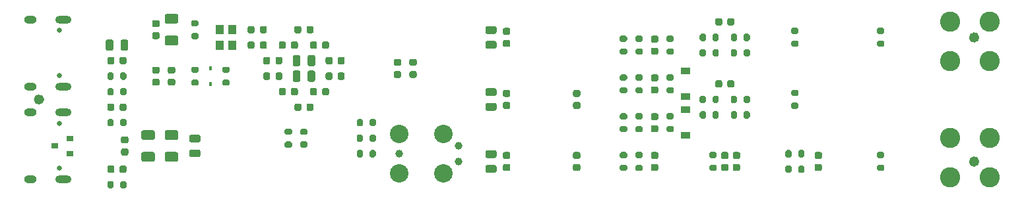
<source format=gbr>
G04 #@! TF.GenerationSoftware,KiCad,Pcbnew,(5.1.10)-1*
G04 #@! TF.CreationDate,2021-11-24T09:21:36-08:00*
G04 #@! TF.ProjectId,UsbSourceMeasureTest,55736253-6f75-4726-9365-4d6561737572,rev?*
G04 #@! TF.SameCoordinates,Original*
G04 #@! TF.FileFunction,Soldermask,Bot*
G04 #@! TF.FilePolarity,Negative*
%FSLAX46Y46*%
G04 Gerber Fmt 4.6, Leading zero omitted, Abs format (unit mm)*
G04 Created by KiCad (PCBNEW (5.1.10)-1) date 2021-11-24 09:21:36*
%MOMM*%
%LPD*%
G01*
G04 APERTURE LIST*
%ADD10C,0.650000*%
%ADD11R,1.100000X1.300000*%
%ADD12R,0.900000X0.800000*%
%ADD13R,1.200000X0.900000*%
%ADD14O,2.100000X1.000000*%
%ADD15O,1.600000X1.000000*%
%ADD16C,0.650000*%
%ADD17C,2.600000*%
%ADD18R,0.450000X0.600000*%
%ADD19C,0.990600*%
%ADD20C,2.374900*%
%ADD21C,1.152000*%
G04 APERTURE END LIST*
D10*
X102325000Y-36000000D02*
G75*
G03*
X102325000Y-36000000I-325000J0D01*
G01*
X222325000Y-28000000D02*
G75*
G03*
X222325000Y-28000000I-325000J0D01*
G01*
X222325000Y-44000000D02*
G75*
G03*
X222325000Y-44000000I-325000J0D01*
G01*
G36*
G01*
X130350000Y-29256250D02*
X130350000Y-28743750D01*
G75*
G02*
X130568750Y-28525000I218750J0D01*
G01*
X131006250Y-28525000D01*
G75*
G02*
X131225000Y-28743750I0J-218750D01*
G01*
X131225000Y-29256250D01*
G75*
G02*
X131006250Y-29475000I-218750J0D01*
G01*
X130568750Y-29475000D01*
G75*
G02*
X130350000Y-29256250I0J218750D01*
G01*
G37*
G36*
G01*
X128775000Y-29256250D02*
X128775000Y-28743750D01*
G75*
G02*
X128993750Y-28525000I218750J0D01*
G01*
X129431250Y-28525000D01*
G75*
G02*
X129650000Y-28743750I0J-218750D01*
G01*
X129650000Y-29256250D01*
G75*
G02*
X129431250Y-29475000I-218750J0D01*
G01*
X128993750Y-29475000D01*
G75*
G02*
X128775000Y-29256250I0J218750D01*
G01*
G37*
G36*
G01*
X128775000Y-27256250D02*
X128775000Y-26743750D01*
G75*
G02*
X128993750Y-26525000I218750J0D01*
G01*
X129431250Y-26525000D01*
G75*
G02*
X129650000Y-26743750I0J-218750D01*
G01*
X129650000Y-27256250D01*
G75*
G02*
X129431250Y-27475000I-218750J0D01*
G01*
X128993750Y-27475000D01*
G75*
G02*
X128775000Y-27256250I0J218750D01*
G01*
G37*
G36*
G01*
X130350000Y-27256250D02*
X130350000Y-26743750D01*
G75*
G02*
X130568750Y-26525000I218750J0D01*
G01*
X131006250Y-26525000D01*
G75*
G02*
X131225000Y-26743750I0J-218750D01*
G01*
X131225000Y-27256250D01*
G75*
G02*
X131006250Y-27475000I-218750J0D01*
G01*
X130568750Y-27475000D01*
G75*
G02*
X130350000Y-27256250I0J218750D01*
G01*
G37*
D11*
X125175000Y-29050000D03*
X125175000Y-26950000D03*
X126825000Y-26950000D03*
X126825000Y-29050000D03*
D12*
X106000000Y-41050000D03*
X106000000Y-42950000D03*
X104000000Y-42000000D03*
G36*
G01*
X130775000Y-31256250D02*
X130775000Y-30743750D01*
G75*
G02*
X130993750Y-30525000I218750J0D01*
G01*
X131431250Y-30525000D01*
G75*
G02*
X131650000Y-30743750I0J-218750D01*
G01*
X131650000Y-31256250D01*
G75*
G02*
X131431250Y-31475000I-218750J0D01*
G01*
X130993750Y-31475000D01*
G75*
G02*
X130775000Y-31256250I0J218750D01*
G01*
G37*
G36*
G01*
X132350000Y-31256250D02*
X132350000Y-30743750D01*
G75*
G02*
X132568750Y-30525000I218750J0D01*
G01*
X133006250Y-30525000D01*
G75*
G02*
X133225000Y-30743750I0J-218750D01*
G01*
X133225000Y-31256250D01*
G75*
G02*
X133006250Y-31475000I-218750J0D01*
G01*
X132568750Y-31475000D01*
G75*
G02*
X132350000Y-31256250I0J218750D01*
G01*
G37*
G36*
G01*
X136350000Y-27256250D02*
X136350000Y-26743750D01*
G75*
G02*
X136568750Y-26525000I218750J0D01*
G01*
X137006250Y-26525000D01*
G75*
G02*
X137225000Y-26743750I0J-218750D01*
G01*
X137225000Y-27256250D01*
G75*
G02*
X137006250Y-27475000I-218750J0D01*
G01*
X136568750Y-27475000D01*
G75*
G02*
X136350000Y-27256250I0J218750D01*
G01*
G37*
G36*
G01*
X134775000Y-27256250D02*
X134775000Y-26743750D01*
G75*
G02*
X134993750Y-26525000I218750J0D01*
G01*
X135431250Y-26525000D01*
G75*
G02*
X135650000Y-26743750I0J-218750D01*
G01*
X135650000Y-27256250D01*
G75*
G02*
X135431250Y-27475000I-218750J0D01*
G01*
X134993750Y-27475000D01*
G75*
G02*
X134775000Y-27256250I0J218750D01*
G01*
G37*
G36*
G01*
X130775000Y-33256250D02*
X130775000Y-32743750D01*
G75*
G02*
X130993750Y-32525000I218750J0D01*
G01*
X131431250Y-32525000D01*
G75*
G02*
X131650000Y-32743750I0J-218750D01*
G01*
X131650000Y-33256250D01*
G75*
G02*
X131431250Y-33475000I-218750J0D01*
G01*
X130993750Y-33475000D01*
G75*
G02*
X130775000Y-33256250I0J218750D01*
G01*
G37*
G36*
G01*
X132350000Y-33256250D02*
X132350000Y-32743750D01*
G75*
G02*
X132568750Y-32525000I218750J0D01*
G01*
X133006250Y-32525000D01*
G75*
G02*
X133225000Y-32743750I0J-218750D01*
G01*
X133225000Y-33256250D01*
G75*
G02*
X133006250Y-33475000I-218750J0D01*
G01*
X132568750Y-33475000D01*
G75*
G02*
X132350000Y-33256250I0J218750D01*
G01*
G37*
G36*
G01*
X171250000Y-43675000D02*
X170750000Y-43675000D01*
G75*
G02*
X170525000Y-43450000I0J225000D01*
G01*
X170525000Y-43000000D01*
G75*
G02*
X170750000Y-42775000I225000J0D01*
G01*
X171250000Y-42775000D01*
G75*
G02*
X171475000Y-43000000I0J-225000D01*
G01*
X171475000Y-43450000D01*
G75*
G02*
X171250000Y-43675000I-225000J0D01*
G01*
G37*
G36*
G01*
X171250000Y-45225000D02*
X170750000Y-45225000D01*
G75*
G02*
X170525000Y-45000000I0J225000D01*
G01*
X170525000Y-44550000D01*
G75*
G02*
X170750000Y-44325000I225000J0D01*
G01*
X171250000Y-44325000D01*
G75*
G02*
X171475000Y-44550000I0J-225000D01*
G01*
X171475000Y-45000000D01*
G75*
G02*
X171250000Y-45225000I-225000J0D01*
G01*
G37*
G36*
G01*
X171250000Y-37225000D02*
X170750000Y-37225000D01*
G75*
G02*
X170525000Y-37000000I0J225000D01*
G01*
X170525000Y-36550000D01*
G75*
G02*
X170750000Y-36325000I225000J0D01*
G01*
X171250000Y-36325000D01*
G75*
G02*
X171475000Y-36550000I0J-225000D01*
G01*
X171475000Y-37000000D01*
G75*
G02*
X171250000Y-37225000I-225000J0D01*
G01*
G37*
G36*
G01*
X171250000Y-35675000D02*
X170750000Y-35675000D01*
G75*
G02*
X170525000Y-35450000I0J225000D01*
G01*
X170525000Y-35000000D01*
G75*
G02*
X170750000Y-34775000I225000J0D01*
G01*
X171250000Y-34775000D01*
G75*
G02*
X171475000Y-35000000I0J-225000D01*
G01*
X171475000Y-35450000D01*
G75*
G02*
X171250000Y-35675000I-225000J0D01*
G01*
G37*
G36*
G01*
X201750000Y-42775000D02*
X202250000Y-42775000D01*
G75*
G02*
X202475000Y-43000000I0J-225000D01*
G01*
X202475000Y-43450000D01*
G75*
G02*
X202250000Y-43675000I-225000J0D01*
G01*
X201750000Y-43675000D01*
G75*
G02*
X201525000Y-43450000I0J225000D01*
G01*
X201525000Y-43000000D01*
G75*
G02*
X201750000Y-42775000I225000J0D01*
G01*
G37*
G36*
G01*
X201750000Y-44325000D02*
X202250000Y-44325000D01*
G75*
G02*
X202475000Y-44550000I0J-225000D01*
G01*
X202475000Y-45000000D01*
G75*
G02*
X202250000Y-45225000I-225000J0D01*
G01*
X201750000Y-45225000D01*
G75*
G02*
X201525000Y-45000000I0J225000D01*
G01*
X201525000Y-44550000D01*
G75*
G02*
X201750000Y-44325000I225000J0D01*
G01*
G37*
G36*
G01*
X198575000Y-42725000D02*
X198575000Y-43275000D01*
G75*
G02*
X198375000Y-43475000I-200000J0D01*
G01*
X197975000Y-43475000D01*
G75*
G02*
X197775000Y-43275000I0J200000D01*
G01*
X197775000Y-42725000D01*
G75*
G02*
X197975000Y-42525000I200000J0D01*
G01*
X198375000Y-42525000D01*
G75*
G02*
X198575000Y-42725000I0J-200000D01*
G01*
G37*
G36*
G01*
X200225000Y-42725000D02*
X200225000Y-43275000D01*
G75*
G02*
X200025000Y-43475000I-200000J0D01*
G01*
X199625000Y-43475000D01*
G75*
G02*
X199425000Y-43275000I0J200000D01*
G01*
X199425000Y-42725000D01*
G75*
G02*
X199625000Y-42525000I200000J0D01*
G01*
X200025000Y-42525000D01*
G75*
G02*
X200225000Y-42725000I0J-200000D01*
G01*
G37*
G36*
G01*
X197775000Y-45275000D02*
X197775000Y-44725000D01*
G75*
G02*
X197975000Y-44525000I200000J0D01*
G01*
X198375000Y-44525000D01*
G75*
G02*
X198575000Y-44725000I0J-200000D01*
G01*
X198575000Y-45275000D01*
G75*
G02*
X198375000Y-45475000I-200000J0D01*
G01*
X197975000Y-45475000D01*
G75*
G02*
X197775000Y-45275000I0J200000D01*
G01*
G37*
G36*
G01*
X199425000Y-45275000D02*
X199425000Y-44725000D01*
G75*
G02*
X199625000Y-44525000I200000J0D01*
G01*
X200025000Y-44525000D01*
G75*
G02*
X200225000Y-44725000I0J-200000D01*
G01*
X200225000Y-45275000D01*
G75*
G02*
X200025000Y-45475000I-200000J0D01*
G01*
X199625000Y-45475000D01*
G75*
G02*
X199425000Y-45275000I0J200000D01*
G01*
G37*
G36*
G01*
X199275000Y-27575000D02*
X198725000Y-27575000D01*
G75*
G02*
X198525000Y-27375000I0J200000D01*
G01*
X198525000Y-26975000D01*
G75*
G02*
X198725000Y-26775000I200000J0D01*
G01*
X199275000Y-26775000D01*
G75*
G02*
X199475000Y-26975000I0J-200000D01*
G01*
X199475000Y-27375000D01*
G75*
G02*
X199275000Y-27575000I-200000J0D01*
G01*
G37*
G36*
G01*
X199275000Y-29225000D02*
X198725000Y-29225000D01*
G75*
G02*
X198525000Y-29025000I0J200000D01*
G01*
X198525000Y-28625000D01*
G75*
G02*
X198725000Y-28425000I200000J0D01*
G01*
X199275000Y-28425000D01*
G75*
G02*
X199475000Y-28625000I0J-200000D01*
G01*
X199475000Y-29025000D01*
G75*
G02*
X199275000Y-29225000I-200000J0D01*
G01*
G37*
G36*
G01*
X210275000Y-29225000D02*
X209725000Y-29225000D01*
G75*
G02*
X209525000Y-29025000I0J200000D01*
G01*
X209525000Y-28625000D01*
G75*
G02*
X209725000Y-28425000I200000J0D01*
G01*
X210275000Y-28425000D01*
G75*
G02*
X210475000Y-28625000I0J-200000D01*
G01*
X210475000Y-29025000D01*
G75*
G02*
X210275000Y-29225000I-200000J0D01*
G01*
G37*
G36*
G01*
X210275000Y-27575000D02*
X209725000Y-27575000D01*
G75*
G02*
X209525000Y-27375000I0J200000D01*
G01*
X209525000Y-26975000D01*
G75*
G02*
X209725000Y-26775000I200000J0D01*
G01*
X210275000Y-26775000D01*
G75*
G02*
X210475000Y-26975000I0J-200000D01*
G01*
X210475000Y-27375000D01*
G75*
G02*
X210275000Y-27575000I-200000J0D01*
G01*
G37*
G36*
G01*
X199275000Y-37225000D02*
X198725000Y-37225000D01*
G75*
G02*
X198525000Y-37025000I0J200000D01*
G01*
X198525000Y-36625000D01*
G75*
G02*
X198725000Y-36425000I200000J0D01*
G01*
X199275000Y-36425000D01*
G75*
G02*
X199475000Y-36625000I0J-200000D01*
G01*
X199475000Y-37025000D01*
G75*
G02*
X199275000Y-37225000I-200000J0D01*
G01*
G37*
G36*
G01*
X199275000Y-35575000D02*
X198725000Y-35575000D01*
G75*
G02*
X198525000Y-35375000I0J200000D01*
G01*
X198525000Y-34975000D01*
G75*
G02*
X198725000Y-34775000I200000J0D01*
G01*
X199275000Y-34775000D01*
G75*
G02*
X199475000Y-34975000I0J-200000D01*
G01*
X199475000Y-35375000D01*
G75*
G02*
X199275000Y-35575000I-200000J0D01*
G01*
G37*
G36*
G01*
X209725000Y-42775000D02*
X210275000Y-42775000D01*
G75*
G02*
X210475000Y-42975000I0J-200000D01*
G01*
X210475000Y-43375000D01*
G75*
G02*
X210275000Y-43575000I-200000J0D01*
G01*
X209725000Y-43575000D01*
G75*
G02*
X209525000Y-43375000I0J200000D01*
G01*
X209525000Y-42975000D01*
G75*
G02*
X209725000Y-42775000I200000J0D01*
G01*
G37*
G36*
G01*
X209725000Y-44425000D02*
X210275000Y-44425000D01*
G75*
G02*
X210475000Y-44625000I0J-200000D01*
G01*
X210475000Y-45025000D01*
G75*
G02*
X210275000Y-45225000I-200000J0D01*
G01*
X209725000Y-45225000D01*
G75*
G02*
X209525000Y-45025000I0J200000D01*
G01*
X209525000Y-44625000D01*
G75*
G02*
X209725000Y-44425000I200000J0D01*
G01*
G37*
G36*
G01*
X180750000Y-37775000D02*
X181250000Y-37775000D01*
G75*
G02*
X181475000Y-38000000I0J-225000D01*
G01*
X181475000Y-38450000D01*
G75*
G02*
X181250000Y-38675000I-225000J0D01*
G01*
X180750000Y-38675000D01*
G75*
G02*
X180525000Y-38450000I0J225000D01*
G01*
X180525000Y-38000000D01*
G75*
G02*
X180750000Y-37775000I225000J0D01*
G01*
G37*
G36*
G01*
X180750000Y-39325000D02*
X181250000Y-39325000D01*
G75*
G02*
X181475000Y-39550000I0J-225000D01*
G01*
X181475000Y-40000000D01*
G75*
G02*
X181250000Y-40225000I-225000J0D01*
G01*
X180750000Y-40225000D01*
G75*
G02*
X180525000Y-40000000I0J225000D01*
G01*
X180525000Y-39550000D01*
G75*
G02*
X180750000Y-39325000I225000J0D01*
G01*
G37*
D13*
X185000000Y-37350000D03*
X185000000Y-40650000D03*
G36*
G01*
X178725000Y-39425000D02*
X179275000Y-39425000D01*
G75*
G02*
X179475000Y-39625000I0J-200000D01*
G01*
X179475000Y-40025000D01*
G75*
G02*
X179275000Y-40225000I-200000J0D01*
G01*
X178725000Y-40225000D01*
G75*
G02*
X178525000Y-40025000I0J200000D01*
G01*
X178525000Y-39625000D01*
G75*
G02*
X178725000Y-39425000I200000J0D01*
G01*
G37*
G36*
G01*
X178725000Y-37775000D02*
X179275000Y-37775000D01*
G75*
G02*
X179475000Y-37975000I0J-200000D01*
G01*
X179475000Y-38375000D01*
G75*
G02*
X179275000Y-38575000I-200000J0D01*
G01*
X178725000Y-38575000D01*
G75*
G02*
X178525000Y-38375000I0J200000D01*
G01*
X178525000Y-37975000D01*
G75*
G02*
X178725000Y-37775000I200000J0D01*
G01*
G37*
G36*
G01*
X182725000Y-37775000D02*
X183275000Y-37775000D01*
G75*
G02*
X183475000Y-37975000I0J-200000D01*
G01*
X183475000Y-38375000D01*
G75*
G02*
X183275000Y-38575000I-200000J0D01*
G01*
X182725000Y-38575000D01*
G75*
G02*
X182525000Y-38375000I0J200000D01*
G01*
X182525000Y-37975000D01*
G75*
G02*
X182725000Y-37775000I200000J0D01*
G01*
G37*
G36*
G01*
X182725000Y-39425000D02*
X183275000Y-39425000D01*
G75*
G02*
X183475000Y-39625000I0J-200000D01*
G01*
X183475000Y-40025000D01*
G75*
G02*
X183275000Y-40225000I-200000J0D01*
G01*
X182725000Y-40225000D01*
G75*
G02*
X182525000Y-40025000I0J200000D01*
G01*
X182525000Y-39625000D01*
G75*
G02*
X182725000Y-39425000I200000J0D01*
G01*
G37*
G36*
G01*
X176725000Y-37775000D02*
X177275000Y-37775000D01*
G75*
G02*
X177475000Y-37975000I0J-200000D01*
G01*
X177475000Y-38375000D01*
G75*
G02*
X177275000Y-38575000I-200000J0D01*
G01*
X176725000Y-38575000D01*
G75*
G02*
X176525000Y-38375000I0J200000D01*
G01*
X176525000Y-37975000D01*
G75*
G02*
X176725000Y-37775000I200000J0D01*
G01*
G37*
G36*
G01*
X176725000Y-39425000D02*
X177275000Y-39425000D01*
G75*
G02*
X177475000Y-39625000I0J-200000D01*
G01*
X177475000Y-40025000D01*
G75*
G02*
X177275000Y-40225000I-200000J0D01*
G01*
X176725000Y-40225000D01*
G75*
G02*
X176525000Y-40025000I0J200000D01*
G01*
X176525000Y-39625000D01*
G75*
G02*
X176725000Y-39425000I200000J0D01*
G01*
G37*
G36*
G01*
X180750000Y-34325000D02*
X181250000Y-34325000D01*
G75*
G02*
X181475000Y-34550000I0J-225000D01*
G01*
X181475000Y-35000000D01*
G75*
G02*
X181250000Y-35225000I-225000J0D01*
G01*
X180750000Y-35225000D01*
G75*
G02*
X180525000Y-35000000I0J225000D01*
G01*
X180525000Y-34550000D01*
G75*
G02*
X180750000Y-34325000I225000J0D01*
G01*
G37*
G36*
G01*
X180750000Y-32775000D02*
X181250000Y-32775000D01*
G75*
G02*
X181475000Y-33000000I0J-225000D01*
G01*
X181475000Y-33450000D01*
G75*
G02*
X181250000Y-33675000I-225000J0D01*
G01*
X180750000Y-33675000D01*
G75*
G02*
X180525000Y-33450000I0J225000D01*
G01*
X180525000Y-33000000D01*
G75*
G02*
X180750000Y-32775000I225000J0D01*
G01*
G37*
X185000000Y-32350000D03*
X185000000Y-35650000D03*
G36*
G01*
X178725000Y-32775000D02*
X179275000Y-32775000D01*
G75*
G02*
X179475000Y-32975000I0J-200000D01*
G01*
X179475000Y-33375000D01*
G75*
G02*
X179275000Y-33575000I-200000J0D01*
G01*
X178725000Y-33575000D01*
G75*
G02*
X178525000Y-33375000I0J200000D01*
G01*
X178525000Y-32975000D01*
G75*
G02*
X178725000Y-32775000I200000J0D01*
G01*
G37*
G36*
G01*
X178725000Y-34425000D02*
X179275000Y-34425000D01*
G75*
G02*
X179475000Y-34625000I0J-200000D01*
G01*
X179475000Y-35025000D01*
G75*
G02*
X179275000Y-35225000I-200000J0D01*
G01*
X178725000Y-35225000D01*
G75*
G02*
X178525000Y-35025000I0J200000D01*
G01*
X178525000Y-34625000D01*
G75*
G02*
X178725000Y-34425000I200000J0D01*
G01*
G37*
G36*
G01*
X182725000Y-34425000D02*
X183275000Y-34425000D01*
G75*
G02*
X183475000Y-34625000I0J-200000D01*
G01*
X183475000Y-35025000D01*
G75*
G02*
X183275000Y-35225000I-200000J0D01*
G01*
X182725000Y-35225000D01*
G75*
G02*
X182525000Y-35025000I0J200000D01*
G01*
X182525000Y-34625000D01*
G75*
G02*
X182725000Y-34425000I200000J0D01*
G01*
G37*
G36*
G01*
X182725000Y-32775000D02*
X183275000Y-32775000D01*
G75*
G02*
X183475000Y-32975000I0J-200000D01*
G01*
X183475000Y-33375000D01*
G75*
G02*
X183275000Y-33575000I-200000J0D01*
G01*
X182725000Y-33575000D01*
G75*
G02*
X182525000Y-33375000I0J200000D01*
G01*
X182525000Y-32975000D01*
G75*
G02*
X182725000Y-32775000I200000J0D01*
G01*
G37*
G36*
G01*
X176725000Y-34425000D02*
X177275000Y-34425000D01*
G75*
G02*
X177475000Y-34625000I0J-200000D01*
G01*
X177475000Y-35025000D01*
G75*
G02*
X177275000Y-35225000I-200000J0D01*
G01*
X176725000Y-35225000D01*
G75*
G02*
X176525000Y-35025000I0J200000D01*
G01*
X176525000Y-34625000D01*
G75*
G02*
X176725000Y-34425000I200000J0D01*
G01*
G37*
G36*
G01*
X176725000Y-32775000D02*
X177275000Y-32775000D01*
G75*
G02*
X177475000Y-32975000I0J-200000D01*
G01*
X177475000Y-33375000D01*
G75*
G02*
X177275000Y-33575000I-200000J0D01*
G01*
X176725000Y-33575000D01*
G75*
G02*
X176525000Y-33375000I0J200000D01*
G01*
X176525000Y-32975000D01*
G75*
G02*
X176725000Y-32775000I200000J0D01*
G01*
G37*
G36*
G01*
X180750000Y-27775000D02*
X181250000Y-27775000D01*
G75*
G02*
X181475000Y-28000000I0J-225000D01*
G01*
X181475000Y-28450000D01*
G75*
G02*
X181250000Y-28675000I-225000J0D01*
G01*
X180750000Y-28675000D01*
G75*
G02*
X180525000Y-28450000I0J225000D01*
G01*
X180525000Y-28000000D01*
G75*
G02*
X180750000Y-27775000I225000J0D01*
G01*
G37*
G36*
G01*
X180750000Y-29325000D02*
X181250000Y-29325000D01*
G75*
G02*
X181475000Y-29550000I0J-225000D01*
G01*
X181475000Y-30000000D01*
G75*
G02*
X181250000Y-30225000I-225000J0D01*
G01*
X180750000Y-30225000D01*
G75*
G02*
X180525000Y-30000000I0J225000D01*
G01*
X180525000Y-29550000D01*
G75*
G02*
X180750000Y-29325000I225000J0D01*
G01*
G37*
G36*
G01*
X178725000Y-27775000D02*
X179275000Y-27775000D01*
G75*
G02*
X179475000Y-27975000I0J-200000D01*
G01*
X179475000Y-28375000D01*
G75*
G02*
X179275000Y-28575000I-200000J0D01*
G01*
X178725000Y-28575000D01*
G75*
G02*
X178525000Y-28375000I0J200000D01*
G01*
X178525000Y-27975000D01*
G75*
G02*
X178725000Y-27775000I200000J0D01*
G01*
G37*
G36*
G01*
X178725000Y-29425000D02*
X179275000Y-29425000D01*
G75*
G02*
X179475000Y-29625000I0J-200000D01*
G01*
X179475000Y-30025000D01*
G75*
G02*
X179275000Y-30225000I-200000J0D01*
G01*
X178725000Y-30225000D01*
G75*
G02*
X178525000Y-30025000I0J200000D01*
G01*
X178525000Y-29625000D01*
G75*
G02*
X178725000Y-29425000I200000J0D01*
G01*
G37*
G36*
G01*
X182725000Y-29425000D02*
X183275000Y-29425000D01*
G75*
G02*
X183475000Y-29625000I0J-200000D01*
G01*
X183475000Y-30025000D01*
G75*
G02*
X183275000Y-30225000I-200000J0D01*
G01*
X182725000Y-30225000D01*
G75*
G02*
X182525000Y-30025000I0J200000D01*
G01*
X182525000Y-29625000D01*
G75*
G02*
X182725000Y-29425000I200000J0D01*
G01*
G37*
G36*
G01*
X182725000Y-27775000D02*
X183275000Y-27775000D01*
G75*
G02*
X183475000Y-27975000I0J-200000D01*
G01*
X183475000Y-28375000D01*
G75*
G02*
X183275000Y-28575000I-200000J0D01*
G01*
X182725000Y-28575000D01*
G75*
G02*
X182525000Y-28375000I0J200000D01*
G01*
X182525000Y-27975000D01*
G75*
G02*
X182725000Y-27775000I200000J0D01*
G01*
G37*
G36*
G01*
X176725000Y-29425000D02*
X177275000Y-29425000D01*
G75*
G02*
X177475000Y-29625000I0J-200000D01*
G01*
X177475000Y-30025000D01*
G75*
G02*
X177275000Y-30225000I-200000J0D01*
G01*
X176725000Y-30225000D01*
G75*
G02*
X176525000Y-30025000I0J200000D01*
G01*
X176525000Y-29625000D01*
G75*
G02*
X176725000Y-29425000I200000J0D01*
G01*
G37*
G36*
G01*
X176725000Y-27775000D02*
X177275000Y-27775000D01*
G75*
G02*
X177475000Y-27975000I0J-200000D01*
G01*
X177475000Y-28375000D01*
G75*
G02*
X177275000Y-28575000I-200000J0D01*
G01*
X176725000Y-28575000D01*
G75*
G02*
X176525000Y-28375000I0J200000D01*
G01*
X176525000Y-27975000D01*
G75*
G02*
X176725000Y-27775000I200000J0D01*
G01*
G37*
G36*
G01*
X190325000Y-34250000D02*
X190325000Y-33750000D01*
G75*
G02*
X190550000Y-33525000I225000J0D01*
G01*
X191000000Y-33525000D01*
G75*
G02*
X191225000Y-33750000I0J-225000D01*
G01*
X191225000Y-34250000D01*
G75*
G02*
X191000000Y-34475000I-225000J0D01*
G01*
X190550000Y-34475000D01*
G75*
G02*
X190325000Y-34250000I0J225000D01*
G01*
G37*
G36*
G01*
X188775000Y-34250000D02*
X188775000Y-33750000D01*
G75*
G02*
X189000000Y-33525000I225000J0D01*
G01*
X189450000Y-33525000D01*
G75*
G02*
X189675000Y-33750000I0J-225000D01*
G01*
X189675000Y-34250000D01*
G75*
G02*
X189450000Y-34475000I-225000J0D01*
G01*
X189000000Y-34475000D01*
G75*
G02*
X188775000Y-34250000I0J225000D01*
G01*
G37*
G36*
G01*
X191575000Y-35725000D02*
X191575000Y-36275000D01*
G75*
G02*
X191375000Y-36475000I-200000J0D01*
G01*
X190975000Y-36475000D01*
G75*
G02*
X190775000Y-36275000I0J200000D01*
G01*
X190775000Y-35725000D01*
G75*
G02*
X190975000Y-35525000I200000J0D01*
G01*
X191375000Y-35525000D01*
G75*
G02*
X191575000Y-35725000I0J-200000D01*
G01*
G37*
G36*
G01*
X193225000Y-35725000D02*
X193225000Y-36275000D01*
G75*
G02*
X193025000Y-36475000I-200000J0D01*
G01*
X192625000Y-36475000D01*
G75*
G02*
X192425000Y-36275000I0J200000D01*
G01*
X192425000Y-35725000D01*
G75*
G02*
X192625000Y-35525000I200000J0D01*
G01*
X193025000Y-35525000D01*
G75*
G02*
X193225000Y-35725000I0J-200000D01*
G01*
G37*
G36*
G01*
X193225000Y-37725000D02*
X193225000Y-38275000D01*
G75*
G02*
X193025000Y-38475000I-200000J0D01*
G01*
X192625000Y-38475000D01*
G75*
G02*
X192425000Y-38275000I0J200000D01*
G01*
X192425000Y-37725000D01*
G75*
G02*
X192625000Y-37525000I200000J0D01*
G01*
X193025000Y-37525000D01*
G75*
G02*
X193225000Y-37725000I0J-200000D01*
G01*
G37*
G36*
G01*
X191575000Y-37725000D02*
X191575000Y-38275000D01*
G75*
G02*
X191375000Y-38475000I-200000J0D01*
G01*
X190975000Y-38475000D01*
G75*
G02*
X190775000Y-38275000I0J200000D01*
G01*
X190775000Y-37725000D01*
G75*
G02*
X190975000Y-37525000I200000J0D01*
G01*
X191375000Y-37525000D01*
G75*
G02*
X191575000Y-37725000I0J-200000D01*
G01*
G37*
G36*
G01*
X188425000Y-36275000D02*
X188425000Y-35725000D01*
G75*
G02*
X188625000Y-35525000I200000J0D01*
G01*
X189025000Y-35525000D01*
G75*
G02*
X189225000Y-35725000I0J-200000D01*
G01*
X189225000Y-36275000D01*
G75*
G02*
X189025000Y-36475000I-200000J0D01*
G01*
X188625000Y-36475000D01*
G75*
G02*
X188425000Y-36275000I0J200000D01*
G01*
G37*
G36*
G01*
X186775000Y-36275000D02*
X186775000Y-35725000D01*
G75*
G02*
X186975000Y-35525000I200000J0D01*
G01*
X187375000Y-35525000D01*
G75*
G02*
X187575000Y-35725000I0J-200000D01*
G01*
X187575000Y-36275000D01*
G75*
G02*
X187375000Y-36475000I-200000J0D01*
G01*
X186975000Y-36475000D01*
G75*
G02*
X186775000Y-36275000I0J200000D01*
G01*
G37*
G36*
G01*
X186775000Y-38275000D02*
X186775000Y-37725000D01*
G75*
G02*
X186975000Y-37525000I200000J0D01*
G01*
X187375000Y-37525000D01*
G75*
G02*
X187575000Y-37725000I0J-200000D01*
G01*
X187575000Y-38275000D01*
G75*
G02*
X187375000Y-38475000I-200000J0D01*
G01*
X186975000Y-38475000D01*
G75*
G02*
X186775000Y-38275000I0J200000D01*
G01*
G37*
G36*
G01*
X188425000Y-38275000D02*
X188425000Y-37725000D01*
G75*
G02*
X188625000Y-37525000I200000J0D01*
G01*
X189025000Y-37525000D01*
G75*
G02*
X189225000Y-37725000I0J-200000D01*
G01*
X189225000Y-38275000D01*
G75*
G02*
X189025000Y-38475000I-200000J0D01*
G01*
X188625000Y-38475000D01*
G75*
G02*
X188425000Y-38275000I0J200000D01*
G01*
G37*
G36*
G01*
X190250000Y-45225000D02*
X189750000Y-45225000D01*
G75*
G02*
X189525000Y-45000000I0J225000D01*
G01*
X189525000Y-44550000D01*
G75*
G02*
X189750000Y-44325000I225000J0D01*
G01*
X190250000Y-44325000D01*
G75*
G02*
X190475000Y-44550000I0J-225000D01*
G01*
X190475000Y-45000000D01*
G75*
G02*
X190250000Y-45225000I-225000J0D01*
G01*
G37*
G36*
G01*
X190250000Y-43675000D02*
X189750000Y-43675000D01*
G75*
G02*
X189525000Y-43450000I0J225000D01*
G01*
X189525000Y-43000000D01*
G75*
G02*
X189750000Y-42775000I225000J0D01*
G01*
X190250000Y-42775000D01*
G75*
G02*
X190475000Y-43000000I0J-225000D01*
G01*
X190475000Y-43450000D01*
G75*
G02*
X190250000Y-43675000I-225000J0D01*
G01*
G37*
G36*
G01*
X188775000Y-45225000D02*
X188225000Y-45225000D01*
G75*
G02*
X188025000Y-45025000I0J200000D01*
G01*
X188025000Y-44625000D01*
G75*
G02*
X188225000Y-44425000I200000J0D01*
G01*
X188775000Y-44425000D01*
G75*
G02*
X188975000Y-44625000I0J-200000D01*
G01*
X188975000Y-45025000D01*
G75*
G02*
X188775000Y-45225000I-200000J0D01*
G01*
G37*
G36*
G01*
X188775000Y-43575000D02*
X188225000Y-43575000D01*
G75*
G02*
X188025000Y-43375000I0J200000D01*
G01*
X188025000Y-42975000D01*
G75*
G02*
X188225000Y-42775000I200000J0D01*
G01*
X188775000Y-42775000D01*
G75*
G02*
X188975000Y-42975000I0J-200000D01*
G01*
X188975000Y-43375000D01*
G75*
G02*
X188775000Y-43575000I-200000J0D01*
G01*
G37*
G36*
G01*
X188775000Y-26250000D02*
X188775000Y-25750000D01*
G75*
G02*
X189000000Y-25525000I225000J0D01*
G01*
X189450000Y-25525000D01*
G75*
G02*
X189675000Y-25750000I0J-225000D01*
G01*
X189675000Y-26250000D01*
G75*
G02*
X189450000Y-26475000I-225000J0D01*
G01*
X189000000Y-26475000D01*
G75*
G02*
X188775000Y-26250000I0J225000D01*
G01*
G37*
G36*
G01*
X190325000Y-26250000D02*
X190325000Y-25750000D01*
G75*
G02*
X190550000Y-25525000I225000J0D01*
G01*
X191000000Y-25525000D01*
G75*
G02*
X191225000Y-25750000I0J-225000D01*
G01*
X191225000Y-26250000D01*
G75*
G02*
X191000000Y-26475000I-225000J0D01*
G01*
X190550000Y-26475000D01*
G75*
G02*
X190325000Y-26250000I0J225000D01*
G01*
G37*
G36*
G01*
X193225000Y-27725000D02*
X193225000Y-28275000D01*
G75*
G02*
X193025000Y-28475000I-200000J0D01*
G01*
X192625000Y-28475000D01*
G75*
G02*
X192425000Y-28275000I0J200000D01*
G01*
X192425000Y-27725000D01*
G75*
G02*
X192625000Y-27525000I200000J0D01*
G01*
X193025000Y-27525000D01*
G75*
G02*
X193225000Y-27725000I0J-200000D01*
G01*
G37*
G36*
G01*
X191575000Y-27725000D02*
X191575000Y-28275000D01*
G75*
G02*
X191375000Y-28475000I-200000J0D01*
G01*
X190975000Y-28475000D01*
G75*
G02*
X190775000Y-28275000I0J200000D01*
G01*
X190775000Y-27725000D01*
G75*
G02*
X190975000Y-27525000I200000J0D01*
G01*
X191375000Y-27525000D01*
G75*
G02*
X191575000Y-27725000I0J-200000D01*
G01*
G37*
G36*
G01*
X191575000Y-29725000D02*
X191575000Y-30275000D01*
G75*
G02*
X191375000Y-30475000I-200000J0D01*
G01*
X190975000Y-30475000D01*
G75*
G02*
X190775000Y-30275000I0J200000D01*
G01*
X190775000Y-29725000D01*
G75*
G02*
X190975000Y-29525000I200000J0D01*
G01*
X191375000Y-29525000D01*
G75*
G02*
X191575000Y-29725000I0J-200000D01*
G01*
G37*
G36*
G01*
X193225000Y-29725000D02*
X193225000Y-30275000D01*
G75*
G02*
X193025000Y-30475000I-200000J0D01*
G01*
X192625000Y-30475000D01*
G75*
G02*
X192425000Y-30275000I0J200000D01*
G01*
X192425000Y-29725000D01*
G75*
G02*
X192625000Y-29525000I200000J0D01*
G01*
X193025000Y-29525000D01*
G75*
G02*
X193225000Y-29725000I0J-200000D01*
G01*
G37*
G36*
G01*
X188425000Y-28275000D02*
X188425000Y-27725000D01*
G75*
G02*
X188625000Y-27525000I200000J0D01*
G01*
X189025000Y-27525000D01*
G75*
G02*
X189225000Y-27725000I0J-200000D01*
G01*
X189225000Y-28275000D01*
G75*
G02*
X189025000Y-28475000I-200000J0D01*
G01*
X188625000Y-28475000D01*
G75*
G02*
X188425000Y-28275000I0J200000D01*
G01*
G37*
G36*
G01*
X186775000Y-28275000D02*
X186775000Y-27725000D01*
G75*
G02*
X186975000Y-27525000I200000J0D01*
G01*
X187375000Y-27525000D01*
G75*
G02*
X187575000Y-27725000I0J-200000D01*
G01*
X187575000Y-28275000D01*
G75*
G02*
X187375000Y-28475000I-200000J0D01*
G01*
X186975000Y-28475000D01*
G75*
G02*
X186775000Y-28275000I0J200000D01*
G01*
G37*
G36*
G01*
X188425000Y-30275000D02*
X188425000Y-29725000D01*
G75*
G02*
X188625000Y-29525000I200000J0D01*
G01*
X189025000Y-29525000D01*
G75*
G02*
X189225000Y-29725000I0J-200000D01*
G01*
X189225000Y-30275000D01*
G75*
G02*
X189025000Y-30475000I-200000J0D01*
G01*
X188625000Y-30475000D01*
G75*
G02*
X188425000Y-30275000I0J200000D01*
G01*
G37*
G36*
G01*
X186775000Y-30275000D02*
X186775000Y-29725000D01*
G75*
G02*
X186975000Y-29525000I200000J0D01*
G01*
X187375000Y-29525000D01*
G75*
G02*
X187575000Y-29725000I0J-200000D01*
G01*
X187575000Y-30275000D01*
G75*
G02*
X187375000Y-30475000I-200000J0D01*
G01*
X186975000Y-30475000D01*
G75*
G02*
X186775000Y-30275000I0J200000D01*
G01*
G37*
G36*
G01*
X161750000Y-44325000D02*
X162250000Y-44325000D01*
G75*
G02*
X162475000Y-44550000I0J-225000D01*
G01*
X162475000Y-45000000D01*
G75*
G02*
X162250000Y-45225000I-225000J0D01*
G01*
X161750000Y-45225000D01*
G75*
G02*
X161525000Y-45000000I0J225000D01*
G01*
X161525000Y-44550000D01*
G75*
G02*
X161750000Y-44325000I225000J0D01*
G01*
G37*
G36*
G01*
X161750000Y-42775000D02*
X162250000Y-42775000D01*
G75*
G02*
X162475000Y-43000000I0J-225000D01*
G01*
X162475000Y-43450000D01*
G75*
G02*
X162250000Y-43675000I-225000J0D01*
G01*
X161750000Y-43675000D01*
G75*
G02*
X161525000Y-43450000I0J225000D01*
G01*
X161525000Y-43000000D01*
G75*
G02*
X161750000Y-42775000I225000J0D01*
G01*
G37*
G36*
G01*
X159525000Y-42550000D02*
X160475000Y-42550000D01*
G75*
G02*
X160725000Y-42800000I0J-250000D01*
G01*
X160725000Y-43300000D01*
G75*
G02*
X160475000Y-43550000I-250000J0D01*
G01*
X159525000Y-43550000D01*
G75*
G02*
X159275000Y-43300000I0J250000D01*
G01*
X159275000Y-42800000D01*
G75*
G02*
X159525000Y-42550000I250000J0D01*
G01*
G37*
G36*
G01*
X159525000Y-44450000D02*
X160475000Y-44450000D01*
G75*
G02*
X160725000Y-44700000I0J-250000D01*
G01*
X160725000Y-45200000D01*
G75*
G02*
X160475000Y-45450000I-250000J0D01*
G01*
X159525000Y-45450000D01*
G75*
G02*
X159275000Y-45200000I0J250000D01*
G01*
X159275000Y-44700000D01*
G75*
G02*
X159525000Y-44450000I250000J0D01*
G01*
G37*
G36*
G01*
X161750000Y-36325000D02*
X162250000Y-36325000D01*
G75*
G02*
X162475000Y-36550000I0J-225000D01*
G01*
X162475000Y-37000000D01*
G75*
G02*
X162250000Y-37225000I-225000J0D01*
G01*
X161750000Y-37225000D01*
G75*
G02*
X161525000Y-37000000I0J225000D01*
G01*
X161525000Y-36550000D01*
G75*
G02*
X161750000Y-36325000I225000J0D01*
G01*
G37*
G36*
G01*
X161750000Y-34775000D02*
X162250000Y-34775000D01*
G75*
G02*
X162475000Y-35000000I0J-225000D01*
G01*
X162475000Y-35450000D01*
G75*
G02*
X162250000Y-35675000I-225000J0D01*
G01*
X161750000Y-35675000D01*
G75*
G02*
X161525000Y-35450000I0J225000D01*
G01*
X161525000Y-35000000D01*
G75*
G02*
X161750000Y-34775000I225000J0D01*
G01*
G37*
G36*
G01*
X159525000Y-36450000D02*
X160475000Y-36450000D01*
G75*
G02*
X160725000Y-36700000I0J-250000D01*
G01*
X160725000Y-37200000D01*
G75*
G02*
X160475000Y-37450000I-250000J0D01*
G01*
X159525000Y-37450000D01*
G75*
G02*
X159275000Y-37200000I0J250000D01*
G01*
X159275000Y-36700000D01*
G75*
G02*
X159525000Y-36450000I250000J0D01*
G01*
G37*
G36*
G01*
X159525000Y-34550000D02*
X160475000Y-34550000D01*
G75*
G02*
X160725000Y-34800000I0J-250000D01*
G01*
X160725000Y-35300000D01*
G75*
G02*
X160475000Y-35550000I-250000J0D01*
G01*
X159525000Y-35550000D01*
G75*
G02*
X159275000Y-35300000I0J250000D01*
G01*
X159275000Y-34800000D01*
G75*
G02*
X159525000Y-34550000I250000J0D01*
G01*
G37*
G36*
G01*
X161750000Y-26775000D02*
X162250000Y-26775000D01*
G75*
G02*
X162475000Y-27000000I0J-225000D01*
G01*
X162475000Y-27450000D01*
G75*
G02*
X162250000Y-27675000I-225000J0D01*
G01*
X161750000Y-27675000D01*
G75*
G02*
X161525000Y-27450000I0J225000D01*
G01*
X161525000Y-27000000D01*
G75*
G02*
X161750000Y-26775000I225000J0D01*
G01*
G37*
G36*
G01*
X161750000Y-28325000D02*
X162250000Y-28325000D01*
G75*
G02*
X162475000Y-28550000I0J-225000D01*
G01*
X162475000Y-29000000D01*
G75*
G02*
X162250000Y-29225000I-225000J0D01*
G01*
X161750000Y-29225000D01*
G75*
G02*
X161525000Y-29000000I0J225000D01*
G01*
X161525000Y-28550000D01*
G75*
G02*
X161750000Y-28325000I225000J0D01*
G01*
G37*
G36*
G01*
X159525000Y-28450000D02*
X160475000Y-28450000D01*
G75*
G02*
X160725000Y-28700000I0J-250000D01*
G01*
X160725000Y-29200000D01*
G75*
G02*
X160475000Y-29450000I-250000J0D01*
G01*
X159525000Y-29450000D01*
G75*
G02*
X159275000Y-29200000I0J250000D01*
G01*
X159275000Y-28700000D01*
G75*
G02*
X159525000Y-28450000I250000J0D01*
G01*
G37*
G36*
G01*
X159525000Y-26550000D02*
X160475000Y-26550000D01*
G75*
G02*
X160725000Y-26800000I0J-250000D01*
G01*
X160725000Y-27300000D01*
G75*
G02*
X160475000Y-27550000I-250000J0D01*
G01*
X159525000Y-27550000D01*
G75*
G02*
X159275000Y-27300000I0J250000D01*
G01*
X159275000Y-26800000D01*
G75*
G02*
X159525000Y-26550000I250000J0D01*
G01*
G37*
D14*
X105105000Y-37680000D03*
X105105000Y-46320000D03*
D15*
X100925000Y-37680000D03*
X100925000Y-46320000D03*
D16*
X104605000Y-44890000D03*
X104605000Y-39110000D03*
G36*
G01*
X112425000Y-33275000D02*
X112425000Y-32725000D01*
G75*
G02*
X112625000Y-32525000I200000J0D01*
G01*
X113025000Y-32525000D01*
G75*
G02*
X113225000Y-32725000I0J-200000D01*
G01*
X113225000Y-33275000D01*
G75*
G02*
X113025000Y-33475000I-200000J0D01*
G01*
X112625000Y-33475000D01*
G75*
G02*
X112425000Y-33275000I0J200000D01*
G01*
G37*
G36*
G01*
X110775000Y-33275000D02*
X110775000Y-32725000D01*
G75*
G02*
X110975000Y-32525000I200000J0D01*
G01*
X111375000Y-32525000D01*
G75*
G02*
X111575000Y-32725000I0J-200000D01*
G01*
X111575000Y-33275000D01*
G75*
G02*
X111375000Y-33475000I-200000J0D01*
G01*
X110975000Y-33475000D01*
G75*
G02*
X110775000Y-33275000I0J200000D01*
G01*
G37*
G36*
G01*
X112425000Y-35275000D02*
X112425000Y-34725000D01*
G75*
G02*
X112625000Y-34525000I200000J0D01*
G01*
X113025000Y-34525000D01*
G75*
G02*
X113225000Y-34725000I0J-200000D01*
G01*
X113225000Y-35275000D01*
G75*
G02*
X113025000Y-35475000I-200000J0D01*
G01*
X112625000Y-35475000D01*
G75*
G02*
X112425000Y-35275000I0J200000D01*
G01*
G37*
G36*
G01*
X110775000Y-35275000D02*
X110775000Y-34725000D01*
G75*
G02*
X110975000Y-34525000I200000J0D01*
G01*
X111375000Y-34525000D01*
G75*
G02*
X111575000Y-34725000I0J-200000D01*
G01*
X111575000Y-35275000D01*
G75*
G02*
X111375000Y-35475000I-200000J0D01*
G01*
X110975000Y-35475000D01*
G75*
G02*
X110775000Y-35275000I0J200000D01*
G01*
G37*
G36*
G01*
X122275000Y-34225000D02*
X121725000Y-34225000D01*
G75*
G02*
X121525000Y-34025000I0J200000D01*
G01*
X121525000Y-33625000D01*
G75*
G02*
X121725000Y-33425000I200000J0D01*
G01*
X122275000Y-33425000D01*
G75*
G02*
X122475000Y-33625000I0J-200000D01*
G01*
X122475000Y-34025000D01*
G75*
G02*
X122275000Y-34225000I-200000J0D01*
G01*
G37*
G36*
G01*
X122275000Y-32575000D02*
X121725000Y-32575000D01*
G75*
G02*
X121525000Y-32375000I0J200000D01*
G01*
X121525000Y-31975000D01*
G75*
G02*
X121725000Y-31775000I200000J0D01*
G01*
X122275000Y-31775000D01*
G75*
G02*
X122475000Y-31975000I0J-200000D01*
G01*
X122475000Y-32375000D01*
G75*
G02*
X122275000Y-32575000I-200000J0D01*
G01*
G37*
G36*
G01*
X122275000Y-28225000D02*
X121725000Y-28225000D01*
G75*
G02*
X121525000Y-28025000I0J200000D01*
G01*
X121525000Y-27625000D01*
G75*
G02*
X121725000Y-27425000I200000J0D01*
G01*
X122275000Y-27425000D01*
G75*
G02*
X122475000Y-27625000I0J-200000D01*
G01*
X122475000Y-28025000D01*
G75*
G02*
X122275000Y-28225000I-200000J0D01*
G01*
G37*
G36*
G01*
X122275000Y-26575000D02*
X121725000Y-26575000D01*
G75*
G02*
X121525000Y-26375000I0J200000D01*
G01*
X121525000Y-25975000D01*
G75*
G02*
X121725000Y-25775000I200000J0D01*
G01*
X122275000Y-25775000D01*
G75*
G02*
X122475000Y-25975000I0J-200000D01*
G01*
X122475000Y-26375000D01*
G75*
G02*
X122275000Y-26575000I-200000J0D01*
G01*
G37*
G36*
G01*
X136775000Y-29250000D02*
X136775000Y-28750000D01*
G75*
G02*
X137000000Y-28525000I225000J0D01*
G01*
X137450000Y-28525000D01*
G75*
G02*
X137675000Y-28750000I0J-225000D01*
G01*
X137675000Y-29250000D01*
G75*
G02*
X137450000Y-29475000I-225000J0D01*
G01*
X137000000Y-29475000D01*
G75*
G02*
X136775000Y-29250000I0J225000D01*
G01*
G37*
G36*
G01*
X138325000Y-29250000D02*
X138325000Y-28750000D01*
G75*
G02*
X138550000Y-28525000I225000J0D01*
G01*
X139000000Y-28525000D01*
G75*
G02*
X139225000Y-28750000I0J-225000D01*
G01*
X139225000Y-29250000D01*
G75*
G02*
X139000000Y-29475000I-225000J0D01*
G01*
X138550000Y-29475000D01*
G75*
G02*
X138325000Y-29250000I0J225000D01*
G01*
G37*
G36*
G01*
X136325000Y-37250000D02*
X136325000Y-36750000D01*
G75*
G02*
X136550000Y-36525000I225000J0D01*
G01*
X137000000Y-36525000D01*
G75*
G02*
X137225000Y-36750000I0J-225000D01*
G01*
X137225000Y-37250000D01*
G75*
G02*
X137000000Y-37475000I-225000J0D01*
G01*
X136550000Y-37475000D01*
G75*
G02*
X136325000Y-37250000I0J225000D01*
G01*
G37*
G36*
G01*
X134775000Y-37250000D02*
X134775000Y-36750000D01*
G75*
G02*
X135000000Y-36525000I225000J0D01*
G01*
X135450000Y-36525000D01*
G75*
G02*
X135675000Y-36750000I0J-225000D01*
G01*
X135675000Y-37250000D01*
G75*
G02*
X135450000Y-37475000I-225000J0D01*
G01*
X135000000Y-37475000D01*
G75*
G02*
X134775000Y-37250000I0J225000D01*
G01*
G37*
G36*
G01*
X132775000Y-35250000D02*
X132775000Y-34750000D01*
G75*
G02*
X133000000Y-34525000I225000J0D01*
G01*
X133450000Y-34525000D01*
G75*
G02*
X133675000Y-34750000I0J-225000D01*
G01*
X133675000Y-35250000D01*
G75*
G02*
X133450000Y-35475000I-225000J0D01*
G01*
X133000000Y-35475000D01*
G75*
G02*
X132775000Y-35250000I0J225000D01*
G01*
G37*
G36*
G01*
X134325000Y-35250000D02*
X134325000Y-34750000D01*
G75*
G02*
X134550000Y-34525000I225000J0D01*
G01*
X135000000Y-34525000D01*
G75*
G02*
X135225000Y-34750000I0J-225000D01*
G01*
X135225000Y-35250000D01*
G75*
G02*
X135000000Y-35475000I-225000J0D01*
G01*
X134550000Y-35475000D01*
G75*
G02*
X134325000Y-35250000I0J225000D01*
G01*
G37*
G36*
G01*
X138775000Y-31250000D02*
X138775000Y-30750000D01*
G75*
G02*
X139000000Y-30525000I225000J0D01*
G01*
X139450000Y-30525000D01*
G75*
G02*
X139675000Y-30750000I0J-225000D01*
G01*
X139675000Y-31250000D01*
G75*
G02*
X139450000Y-31475000I-225000J0D01*
G01*
X139000000Y-31475000D01*
G75*
G02*
X138775000Y-31250000I0J225000D01*
G01*
G37*
G36*
G01*
X140325000Y-31250000D02*
X140325000Y-30750000D01*
G75*
G02*
X140550000Y-30525000I225000J0D01*
G01*
X141000000Y-30525000D01*
G75*
G02*
X141225000Y-30750000I0J-225000D01*
G01*
X141225000Y-31250000D01*
G75*
G02*
X141000000Y-31475000I-225000J0D01*
G01*
X140550000Y-31475000D01*
G75*
G02*
X140325000Y-31250000I0J225000D01*
G01*
G37*
G36*
G01*
X137450000Y-30525000D02*
X137450000Y-31475000D01*
G75*
G02*
X137200000Y-31725000I-250000J0D01*
G01*
X136700000Y-31725000D01*
G75*
G02*
X136450000Y-31475000I0J250000D01*
G01*
X136450000Y-30525000D01*
G75*
G02*
X136700000Y-30275000I250000J0D01*
G01*
X137200000Y-30275000D01*
G75*
G02*
X137450000Y-30525000I0J-250000D01*
G01*
G37*
G36*
G01*
X135550000Y-30525000D02*
X135550000Y-31475000D01*
G75*
G02*
X135300000Y-31725000I-250000J0D01*
G01*
X134800000Y-31725000D01*
G75*
G02*
X134550000Y-31475000I0J250000D01*
G01*
X134550000Y-30525000D01*
G75*
G02*
X134800000Y-30275000I250000J0D01*
G01*
X135300000Y-30275000D01*
G75*
G02*
X135550000Y-30525000I0J-250000D01*
G01*
G37*
G36*
G01*
X126275000Y-34225000D02*
X125725000Y-34225000D01*
G75*
G02*
X125525000Y-34025000I0J200000D01*
G01*
X125525000Y-33625000D01*
G75*
G02*
X125725000Y-33425000I200000J0D01*
G01*
X126275000Y-33425000D01*
G75*
G02*
X126475000Y-33625000I0J-200000D01*
G01*
X126475000Y-34025000D01*
G75*
G02*
X126275000Y-34225000I-200000J0D01*
G01*
G37*
G36*
G01*
X126275000Y-32575000D02*
X125725000Y-32575000D01*
G75*
G02*
X125525000Y-32375000I0J200000D01*
G01*
X125525000Y-31975000D01*
G75*
G02*
X125725000Y-31775000I200000J0D01*
G01*
X126275000Y-31775000D01*
G75*
G02*
X126475000Y-31975000I0J-200000D01*
G01*
X126475000Y-32375000D01*
G75*
G02*
X126275000Y-32575000I-200000J0D01*
G01*
G37*
G36*
G01*
X134275000Y-40575000D02*
X133725000Y-40575000D01*
G75*
G02*
X133525000Y-40375000I0J200000D01*
G01*
X133525000Y-39975000D01*
G75*
G02*
X133725000Y-39775000I200000J0D01*
G01*
X134275000Y-39775000D01*
G75*
G02*
X134475000Y-39975000I0J-200000D01*
G01*
X134475000Y-40375000D01*
G75*
G02*
X134275000Y-40575000I-200000J0D01*
G01*
G37*
G36*
G01*
X134275000Y-42225000D02*
X133725000Y-42225000D01*
G75*
G02*
X133525000Y-42025000I0J200000D01*
G01*
X133525000Y-41625000D01*
G75*
G02*
X133725000Y-41425000I200000J0D01*
G01*
X134275000Y-41425000D01*
G75*
G02*
X134475000Y-41625000I0J-200000D01*
G01*
X134475000Y-42025000D01*
G75*
G02*
X134275000Y-42225000I-200000J0D01*
G01*
G37*
G36*
G01*
X136275000Y-42225000D02*
X135725000Y-42225000D01*
G75*
G02*
X135525000Y-42025000I0J200000D01*
G01*
X135525000Y-41625000D01*
G75*
G02*
X135725000Y-41425000I200000J0D01*
G01*
X136275000Y-41425000D01*
G75*
G02*
X136475000Y-41625000I0J-200000D01*
G01*
X136475000Y-42025000D01*
G75*
G02*
X136275000Y-42225000I-200000J0D01*
G01*
G37*
G36*
G01*
X136275000Y-40575000D02*
X135725000Y-40575000D01*
G75*
G02*
X135525000Y-40375000I0J200000D01*
G01*
X135525000Y-39975000D01*
G75*
G02*
X135725000Y-39775000I200000J0D01*
G01*
X136275000Y-39775000D01*
G75*
G02*
X136475000Y-39975000I0J-200000D01*
G01*
X136475000Y-40375000D01*
G75*
G02*
X136275000Y-40575000I-200000J0D01*
G01*
G37*
G36*
G01*
X133675000Y-28750000D02*
X133675000Y-29250000D01*
G75*
G02*
X133450000Y-29475000I-225000J0D01*
G01*
X133000000Y-29475000D01*
G75*
G02*
X132775000Y-29250000I0J225000D01*
G01*
X132775000Y-28750000D01*
G75*
G02*
X133000000Y-28525000I225000J0D01*
G01*
X133450000Y-28525000D01*
G75*
G02*
X133675000Y-28750000I0J-225000D01*
G01*
G37*
G36*
G01*
X135225000Y-28750000D02*
X135225000Y-29250000D01*
G75*
G02*
X135000000Y-29475000I-225000J0D01*
G01*
X134550000Y-29475000D01*
G75*
G02*
X134325000Y-29250000I0J225000D01*
G01*
X134325000Y-28750000D01*
G75*
G02*
X134550000Y-28525000I225000J0D01*
G01*
X135000000Y-28525000D01*
G75*
G02*
X135225000Y-28750000I0J-225000D01*
G01*
G37*
G36*
G01*
X140325000Y-33250000D02*
X140325000Y-32750000D01*
G75*
G02*
X140550000Y-32525000I225000J0D01*
G01*
X141000000Y-32525000D01*
G75*
G02*
X141225000Y-32750000I0J-225000D01*
G01*
X141225000Y-33250000D01*
G75*
G02*
X141000000Y-33475000I-225000J0D01*
G01*
X140550000Y-33475000D01*
G75*
G02*
X140325000Y-33250000I0J225000D01*
G01*
G37*
G36*
G01*
X138775000Y-33250000D02*
X138775000Y-32750000D01*
G75*
G02*
X139000000Y-32525000I225000J0D01*
G01*
X139450000Y-32525000D01*
G75*
G02*
X139675000Y-32750000I0J-225000D01*
G01*
X139675000Y-33250000D01*
G75*
G02*
X139450000Y-33475000I-225000J0D01*
G01*
X139000000Y-33475000D01*
G75*
G02*
X138775000Y-33250000I0J225000D01*
G01*
G37*
G36*
G01*
X138325000Y-35250000D02*
X138325000Y-34750000D01*
G75*
G02*
X138550000Y-34525000I225000J0D01*
G01*
X139000000Y-34525000D01*
G75*
G02*
X139225000Y-34750000I0J-225000D01*
G01*
X139225000Y-35250000D01*
G75*
G02*
X139000000Y-35475000I-225000J0D01*
G01*
X138550000Y-35475000D01*
G75*
G02*
X138325000Y-35250000I0J225000D01*
G01*
G37*
G36*
G01*
X136775000Y-35250000D02*
X136775000Y-34750000D01*
G75*
G02*
X137000000Y-34525000I225000J0D01*
G01*
X137450000Y-34525000D01*
G75*
G02*
X137675000Y-34750000I0J-225000D01*
G01*
X137675000Y-35250000D01*
G75*
G02*
X137450000Y-35475000I-225000J0D01*
G01*
X137000000Y-35475000D01*
G75*
G02*
X136775000Y-35250000I0J225000D01*
G01*
G37*
G36*
G01*
X137450000Y-32525000D02*
X137450000Y-33475000D01*
G75*
G02*
X137200000Y-33725000I-250000J0D01*
G01*
X136700000Y-33725000D01*
G75*
G02*
X136450000Y-33475000I0J250000D01*
G01*
X136450000Y-32525000D01*
G75*
G02*
X136700000Y-32275000I250000J0D01*
G01*
X137200000Y-32275000D01*
G75*
G02*
X137450000Y-32525000I0J-250000D01*
G01*
G37*
G36*
G01*
X135550000Y-32525000D02*
X135550000Y-33475000D01*
G75*
G02*
X135300000Y-33725000I-250000J0D01*
G01*
X134800000Y-33725000D01*
G75*
G02*
X134550000Y-33475000I0J250000D01*
G01*
X134550000Y-32525000D01*
G75*
G02*
X134800000Y-32275000I250000J0D01*
G01*
X135300000Y-32275000D01*
G75*
G02*
X135550000Y-32525000I0J-250000D01*
G01*
G37*
D17*
X218920000Y-40920000D03*
X218920000Y-46000000D03*
X224000000Y-40920000D03*
X224000000Y-46000000D03*
X224000000Y-31080000D03*
X224000000Y-26000000D03*
X218920000Y-31080000D03*
X218920000Y-26000000D03*
G36*
G01*
X111675000Y-30750000D02*
X111675000Y-31250000D01*
G75*
G02*
X111450000Y-31475000I-225000J0D01*
G01*
X111000000Y-31475000D01*
G75*
G02*
X110775000Y-31250000I0J225000D01*
G01*
X110775000Y-30750000D01*
G75*
G02*
X111000000Y-30525000I225000J0D01*
G01*
X111450000Y-30525000D01*
G75*
G02*
X111675000Y-30750000I0J-225000D01*
G01*
G37*
G36*
G01*
X113225000Y-30750000D02*
X113225000Y-31250000D01*
G75*
G02*
X113000000Y-31475000I-225000J0D01*
G01*
X112550000Y-31475000D01*
G75*
G02*
X112325000Y-31250000I0J225000D01*
G01*
X112325000Y-30750000D01*
G75*
G02*
X112550000Y-30525000I225000J0D01*
G01*
X113000000Y-30525000D01*
G75*
G02*
X113225000Y-30750000I0J-225000D01*
G01*
G37*
G36*
G01*
X113450000Y-28525000D02*
X113450000Y-29475000D01*
G75*
G02*
X113200000Y-29725000I-250000J0D01*
G01*
X112700000Y-29725000D01*
G75*
G02*
X112450000Y-29475000I0J250000D01*
G01*
X112450000Y-28525000D01*
G75*
G02*
X112700000Y-28275000I250000J0D01*
G01*
X113200000Y-28275000D01*
G75*
G02*
X113450000Y-28525000I0J-250000D01*
G01*
G37*
G36*
G01*
X111550000Y-28525000D02*
X111550000Y-29475000D01*
G75*
G02*
X111300000Y-29725000I-250000J0D01*
G01*
X110800000Y-29725000D01*
G75*
G02*
X110550000Y-29475000I0J250000D01*
G01*
X110550000Y-28525000D01*
G75*
G02*
X110800000Y-28275000I250000J0D01*
G01*
X111300000Y-28275000D01*
G75*
G02*
X111550000Y-28525000I0J-250000D01*
G01*
G37*
D18*
X124000000Y-34050000D03*
X124000000Y-31950000D03*
D16*
X104605000Y-27110000D03*
X104605000Y-32890000D03*
D15*
X100925000Y-34320000D03*
X100925000Y-25680000D03*
D14*
X105105000Y-34320000D03*
X105105000Y-25680000D03*
G36*
G01*
X180750000Y-42775000D02*
X181250000Y-42775000D01*
G75*
G02*
X181475000Y-43000000I0J-225000D01*
G01*
X181475000Y-43450000D01*
G75*
G02*
X181250000Y-43675000I-225000J0D01*
G01*
X180750000Y-43675000D01*
G75*
G02*
X180525000Y-43450000I0J225000D01*
G01*
X180525000Y-43000000D01*
G75*
G02*
X180750000Y-42775000I225000J0D01*
G01*
G37*
G36*
G01*
X180750000Y-44325000D02*
X181250000Y-44325000D01*
G75*
G02*
X181475000Y-44550000I0J-225000D01*
G01*
X181475000Y-45000000D01*
G75*
G02*
X181250000Y-45225000I-225000J0D01*
G01*
X180750000Y-45225000D01*
G75*
G02*
X180525000Y-45000000I0J225000D01*
G01*
X180525000Y-44550000D01*
G75*
G02*
X180750000Y-44325000I225000J0D01*
G01*
G37*
G36*
G01*
X177275000Y-45225000D02*
X176725000Y-45225000D01*
G75*
G02*
X176525000Y-45025000I0J200000D01*
G01*
X176525000Y-44625000D01*
G75*
G02*
X176725000Y-44425000I200000J0D01*
G01*
X177275000Y-44425000D01*
G75*
G02*
X177475000Y-44625000I0J-200000D01*
G01*
X177475000Y-45025000D01*
G75*
G02*
X177275000Y-45225000I-200000J0D01*
G01*
G37*
G36*
G01*
X177275000Y-43575000D02*
X176725000Y-43575000D01*
G75*
G02*
X176525000Y-43375000I0J200000D01*
G01*
X176525000Y-42975000D01*
G75*
G02*
X176725000Y-42775000I200000J0D01*
G01*
X177275000Y-42775000D01*
G75*
G02*
X177475000Y-42975000I0J-200000D01*
G01*
X177475000Y-43375000D01*
G75*
G02*
X177275000Y-43575000I-200000J0D01*
G01*
G37*
G36*
G01*
X178725000Y-42775000D02*
X179275000Y-42775000D01*
G75*
G02*
X179475000Y-42975000I0J-200000D01*
G01*
X179475000Y-43375000D01*
G75*
G02*
X179275000Y-43575000I-200000J0D01*
G01*
X178725000Y-43575000D01*
G75*
G02*
X178525000Y-43375000I0J200000D01*
G01*
X178525000Y-42975000D01*
G75*
G02*
X178725000Y-42775000I200000J0D01*
G01*
G37*
G36*
G01*
X178725000Y-44425000D02*
X179275000Y-44425000D01*
G75*
G02*
X179475000Y-44625000I0J-200000D01*
G01*
X179475000Y-45025000D01*
G75*
G02*
X179275000Y-45225000I-200000J0D01*
G01*
X178725000Y-45225000D01*
G75*
G02*
X178525000Y-45025000I0J200000D01*
G01*
X178525000Y-44625000D01*
G75*
G02*
X178725000Y-44425000I200000J0D01*
G01*
G37*
G36*
G01*
X110775000Y-45250000D02*
X110775000Y-44750000D01*
G75*
G02*
X111000000Y-44525000I225000J0D01*
G01*
X111450000Y-44525000D01*
G75*
G02*
X111675000Y-44750000I0J-225000D01*
G01*
X111675000Y-45250000D01*
G75*
G02*
X111450000Y-45475000I-225000J0D01*
G01*
X111000000Y-45475000D01*
G75*
G02*
X110775000Y-45250000I0J225000D01*
G01*
G37*
G36*
G01*
X112325000Y-45250000D02*
X112325000Y-44750000D01*
G75*
G02*
X112550000Y-44525000I225000J0D01*
G01*
X113000000Y-44525000D01*
G75*
G02*
X113225000Y-44750000I0J-225000D01*
G01*
X113225000Y-45250000D01*
G75*
G02*
X113000000Y-45475000I-225000J0D01*
G01*
X112550000Y-45475000D01*
G75*
G02*
X112325000Y-45250000I0J225000D01*
G01*
G37*
G36*
G01*
X111575000Y-46725000D02*
X111575000Y-47275000D01*
G75*
G02*
X111375000Y-47475000I-200000J0D01*
G01*
X110975000Y-47475000D01*
G75*
G02*
X110775000Y-47275000I0J200000D01*
G01*
X110775000Y-46725000D01*
G75*
G02*
X110975000Y-46525000I200000J0D01*
G01*
X111375000Y-46525000D01*
G75*
G02*
X111575000Y-46725000I0J-200000D01*
G01*
G37*
G36*
G01*
X113225000Y-46725000D02*
X113225000Y-47275000D01*
G75*
G02*
X113025000Y-47475000I-200000J0D01*
G01*
X112625000Y-47475000D01*
G75*
G02*
X112425000Y-47275000I0J200000D01*
G01*
X112425000Y-46725000D01*
G75*
G02*
X112625000Y-46525000I200000J0D01*
G01*
X113025000Y-46525000D01*
G75*
G02*
X113225000Y-46725000I0J-200000D01*
G01*
G37*
G36*
G01*
X113225000Y-38725000D02*
X113225000Y-39275000D01*
G75*
G02*
X113025000Y-39475000I-200000J0D01*
G01*
X112625000Y-39475000D01*
G75*
G02*
X112425000Y-39275000I0J200000D01*
G01*
X112425000Y-38725000D01*
G75*
G02*
X112625000Y-38525000I200000J0D01*
G01*
X113025000Y-38525000D01*
G75*
G02*
X113225000Y-38725000I0J-200000D01*
G01*
G37*
G36*
G01*
X111575000Y-38725000D02*
X111575000Y-39275000D01*
G75*
G02*
X111375000Y-39475000I-200000J0D01*
G01*
X110975000Y-39475000D01*
G75*
G02*
X110775000Y-39275000I0J200000D01*
G01*
X110775000Y-38725000D01*
G75*
G02*
X110975000Y-38525000I200000J0D01*
G01*
X111375000Y-38525000D01*
G75*
G02*
X111575000Y-38725000I0J-200000D01*
G01*
G37*
G36*
G01*
X112750000Y-42325000D02*
X113250000Y-42325000D01*
G75*
G02*
X113475000Y-42550000I0J-225000D01*
G01*
X113475000Y-43000000D01*
G75*
G02*
X113250000Y-43225000I-225000J0D01*
G01*
X112750000Y-43225000D01*
G75*
G02*
X112525000Y-43000000I0J225000D01*
G01*
X112525000Y-42550000D01*
G75*
G02*
X112750000Y-42325000I225000J0D01*
G01*
G37*
G36*
G01*
X112750000Y-40775000D02*
X113250000Y-40775000D01*
G75*
G02*
X113475000Y-41000000I0J-225000D01*
G01*
X113475000Y-41450000D01*
G75*
G02*
X113250000Y-41675000I-225000J0D01*
G01*
X112750000Y-41675000D01*
G75*
G02*
X112525000Y-41450000I0J225000D01*
G01*
X112525000Y-41000000D01*
G75*
G02*
X112750000Y-40775000I225000J0D01*
G01*
G37*
G36*
G01*
X121525000Y-42450000D02*
X122475000Y-42450000D01*
G75*
G02*
X122725000Y-42700000I0J-250000D01*
G01*
X122725000Y-43200000D01*
G75*
G02*
X122475000Y-43450000I-250000J0D01*
G01*
X121525000Y-43450000D01*
G75*
G02*
X121275000Y-43200000I0J250000D01*
G01*
X121275000Y-42700000D01*
G75*
G02*
X121525000Y-42450000I250000J0D01*
G01*
G37*
G36*
G01*
X121525000Y-40550000D02*
X122475000Y-40550000D01*
G75*
G02*
X122725000Y-40800000I0J-250000D01*
G01*
X122725000Y-41300000D01*
G75*
G02*
X122475000Y-41550000I-250000J0D01*
G01*
X121525000Y-41550000D01*
G75*
G02*
X121275000Y-41300000I0J250000D01*
G01*
X121275000Y-40800000D01*
G75*
G02*
X121525000Y-40550000I250000J0D01*
G01*
G37*
G36*
G01*
X117250000Y-34225000D02*
X116750000Y-34225000D01*
G75*
G02*
X116525000Y-34000000I0J225000D01*
G01*
X116525000Y-33550000D01*
G75*
G02*
X116750000Y-33325000I225000J0D01*
G01*
X117250000Y-33325000D01*
G75*
G02*
X117475000Y-33550000I0J-225000D01*
G01*
X117475000Y-34000000D01*
G75*
G02*
X117250000Y-34225000I-225000J0D01*
G01*
G37*
G36*
G01*
X117250000Y-32675000D02*
X116750000Y-32675000D01*
G75*
G02*
X116525000Y-32450000I0J225000D01*
G01*
X116525000Y-32000000D01*
G75*
G02*
X116750000Y-31775000I225000J0D01*
G01*
X117250000Y-31775000D01*
G75*
G02*
X117475000Y-32000000I0J-225000D01*
G01*
X117475000Y-32450000D01*
G75*
G02*
X117250000Y-32675000I-225000J0D01*
G01*
G37*
G36*
G01*
X117250000Y-26675000D02*
X116750000Y-26675000D01*
G75*
G02*
X116525000Y-26450000I0J225000D01*
G01*
X116525000Y-26000000D01*
G75*
G02*
X116750000Y-25775000I225000J0D01*
G01*
X117250000Y-25775000D01*
G75*
G02*
X117475000Y-26000000I0J-225000D01*
G01*
X117475000Y-26450000D01*
G75*
G02*
X117250000Y-26675000I-225000J0D01*
G01*
G37*
G36*
G01*
X117250000Y-28225000D02*
X116750000Y-28225000D01*
G75*
G02*
X116525000Y-28000000I0J225000D01*
G01*
X116525000Y-27550000D01*
G75*
G02*
X116750000Y-27325000I225000J0D01*
G01*
X117250000Y-27325000D01*
G75*
G02*
X117475000Y-27550000I0J-225000D01*
G01*
X117475000Y-28000000D01*
G75*
G02*
X117250000Y-28225000I-225000J0D01*
G01*
G37*
G36*
G01*
X143575000Y-42725000D02*
X143575000Y-43275000D01*
G75*
G02*
X143375000Y-43475000I-200000J0D01*
G01*
X142975000Y-43475000D01*
G75*
G02*
X142775000Y-43275000I0J200000D01*
G01*
X142775000Y-42725000D01*
G75*
G02*
X142975000Y-42525000I200000J0D01*
G01*
X143375000Y-42525000D01*
G75*
G02*
X143575000Y-42725000I0J-200000D01*
G01*
G37*
G36*
G01*
X145225000Y-42725000D02*
X145225000Y-43275000D01*
G75*
G02*
X145025000Y-43475000I-200000J0D01*
G01*
X144625000Y-43475000D01*
G75*
G02*
X144425000Y-43275000I0J200000D01*
G01*
X144425000Y-42725000D01*
G75*
G02*
X144625000Y-42525000I200000J0D01*
G01*
X145025000Y-42525000D01*
G75*
G02*
X145225000Y-42725000I0J-200000D01*
G01*
G37*
G36*
G01*
X143575000Y-40725000D02*
X143575000Y-41275000D01*
G75*
G02*
X143375000Y-41475000I-200000J0D01*
G01*
X142975000Y-41475000D01*
G75*
G02*
X142775000Y-41275000I0J200000D01*
G01*
X142775000Y-40725000D01*
G75*
G02*
X142975000Y-40525000I200000J0D01*
G01*
X143375000Y-40525000D01*
G75*
G02*
X143575000Y-40725000I0J-200000D01*
G01*
G37*
G36*
G01*
X145225000Y-40725000D02*
X145225000Y-41275000D01*
G75*
G02*
X145025000Y-41475000I-200000J0D01*
G01*
X144625000Y-41475000D01*
G75*
G02*
X144425000Y-41275000I0J200000D01*
G01*
X144425000Y-40725000D01*
G75*
G02*
X144625000Y-40525000I200000J0D01*
G01*
X145025000Y-40525000D01*
G75*
G02*
X145225000Y-40725000I0J-200000D01*
G01*
G37*
G36*
G01*
X143575000Y-38725000D02*
X143575000Y-39275000D01*
G75*
G02*
X143375000Y-39475000I-200000J0D01*
G01*
X142975000Y-39475000D01*
G75*
G02*
X142775000Y-39275000I0J200000D01*
G01*
X142775000Y-38725000D01*
G75*
G02*
X142975000Y-38525000I200000J0D01*
G01*
X143375000Y-38525000D01*
G75*
G02*
X143575000Y-38725000I0J-200000D01*
G01*
G37*
G36*
G01*
X145225000Y-38725000D02*
X145225000Y-39275000D01*
G75*
G02*
X145025000Y-39475000I-200000J0D01*
G01*
X144625000Y-39475000D01*
G75*
G02*
X144425000Y-39275000I0J200000D01*
G01*
X144425000Y-38725000D01*
G75*
G02*
X144625000Y-38525000I200000J0D01*
G01*
X145025000Y-38525000D01*
G75*
G02*
X145225000Y-38725000I0J-200000D01*
G01*
G37*
D19*
X155810000Y-41984000D03*
X155810000Y-44016000D03*
X148190000Y-43000000D03*
D20*
X148190000Y-40460000D03*
X148190000Y-45540000D03*
X153905000Y-45540000D03*
X153905000Y-40460000D03*
G36*
G01*
X118750000Y-31775000D02*
X119250000Y-31775000D01*
G75*
G02*
X119475000Y-32000000I0J-225000D01*
G01*
X119475000Y-32450000D01*
G75*
G02*
X119250000Y-32675000I-225000J0D01*
G01*
X118750000Y-32675000D01*
G75*
G02*
X118525000Y-32450000I0J225000D01*
G01*
X118525000Y-32000000D01*
G75*
G02*
X118750000Y-31775000I225000J0D01*
G01*
G37*
G36*
G01*
X118750000Y-33325000D02*
X119250000Y-33325000D01*
G75*
G02*
X119475000Y-33550000I0J-225000D01*
G01*
X119475000Y-34000000D01*
G75*
G02*
X119250000Y-34225000I-225000J0D01*
G01*
X118750000Y-34225000D01*
G75*
G02*
X118525000Y-34000000I0J225000D01*
G01*
X118525000Y-33550000D01*
G75*
G02*
X118750000Y-33325000I225000J0D01*
G01*
G37*
G36*
G01*
X149743750Y-30775000D02*
X150256250Y-30775000D01*
G75*
G02*
X150475000Y-30993750I0J-218750D01*
G01*
X150475000Y-31431250D01*
G75*
G02*
X150256250Y-31650000I-218750J0D01*
G01*
X149743750Y-31650000D01*
G75*
G02*
X149525000Y-31431250I0J218750D01*
G01*
X149525000Y-30993750D01*
G75*
G02*
X149743750Y-30775000I218750J0D01*
G01*
G37*
G36*
G01*
X149743750Y-32350000D02*
X150256250Y-32350000D01*
G75*
G02*
X150475000Y-32568750I0J-218750D01*
G01*
X150475000Y-33006250D01*
G75*
G02*
X150256250Y-33225000I-218750J0D01*
G01*
X149743750Y-33225000D01*
G75*
G02*
X149525000Y-33006250I0J218750D01*
G01*
X149525000Y-32568750D01*
G75*
G02*
X149743750Y-32350000I218750J0D01*
G01*
G37*
G36*
G01*
X147743750Y-30775000D02*
X148256250Y-30775000D01*
G75*
G02*
X148475000Y-30993750I0J-218750D01*
G01*
X148475000Y-31431250D01*
G75*
G02*
X148256250Y-31650000I-218750J0D01*
G01*
X147743750Y-31650000D01*
G75*
G02*
X147525000Y-31431250I0J218750D01*
G01*
X147525000Y-30993750D01*
G75*
G02*
X147743750Y-30775000I218750J0D01*
G01*
G37*
G36*
G01*
X147743750Y-32350000D02*
X148256250Y-32350000D01*
G75*
G02*
X148475000Y-32568750I0J-218750D01*
G01*
X148475000Y-33006250D01*
G75*
G02*
X148256250Y-33225000I-218750J0D01*
G01*
X147743750Y-33225000D01*
G75*
G02*
X147525000Y-33006250I0J218750D01*
G01*
X147525000Y-32568750D01*
G75*
G02*
X147743750Y-32350000I218750J0D01*
G01*
G37*
G36*
G01*
X115375000Y-39975000D02*
X116625000Y-39975000D01*
G75*
G02*
X116875000Y-40225000I0J-250000D01*
G01*
X116875000Y-40975000D01*
G75*
G02*
X116625000Y-41225000I-250000J0D01*
G01*
X115375000Y-41225000D01*
G75*
G02*
X115125000Y-40975000I0J250000D01*
G01*
X115125000Y-40225000D01*
G75*
G02*
X115375000Y-39975000I250000J0D01*
G01*
G37*
G36*
G01*
X115375000Y-42775000D02*
X116625000Y-42775000D01*
G75*
G02*
X116875000Y-43025000I0J-250000D01*
G01*
X116875000Y-43775000D01*
G75*
G02*
X116625000Y-44025000I-250000J0D01*
G01*
X115375000Y-44025000D01*
G75*
G02*
X115125000Y-43775000I0J250000D01*
G01*
X115125000Y-43025000D01*
G75*
G02*
X115375000Y-42775000I250000J0D01*
G01*
G37*
G36*
G01*
X118375000Y-42775000D02*
X119625000Y-42775000D01*
G75*
G02*
X119875000Y-43025000I0J-250000D01*
G01*
X119875000Y-43775000D01*
G75*
G02*
X119625000Y-44025000I-250000J0D01*
G01*
X118375000Y-44025000D01*
G75*
G02*
X118125000Y-43775000I0J250000D01*
G01*
X118125000Y-43025000D01*
G75*
G02*
X118375000Y-42775000I250000J0D01*
G01*
G37*
G36*
G01*
X118375000Y-39975000D02*
X119625000Y-39975000D01*
G75*
G02*
X119875000Y-40225000I0J-250000D01*
G01*
X119875000Y-40975000D01*
G75*
G02*
X119625000Y-41225000I-250000J0D01*
G01*
X118375000Y-41225000D01*
G75*
G02*
X118125000Y-40975000I0J250000D01*
G01*
X118125000Y-40225000D01*
G75*
G02*
X118375000Y-39975000I250000J0D01*
G01*
G37*
G36*
G01*
X118375000Y-24975000D02*
X119625000Y-24975000D01*
G75*
G02*
X119875000Y-25225000I0J-250000D01*
G01*
X119875000Y-25975000D01*
G75*
G02*
X119625000Y-26225000I-250000J0D01*
G01*
X118375000Y-26225000D01*
G75*
G02*
X118125000Y-25975000I0J250000D01*
G01*
X118125000Y-25225000D01*
G75*
G02*
X118375000Y-24975000I250000J0D01*
G01*
G37*
G36*
G01*
X118375000Y-27775000D02*
X119625000Y-27775000D01*
G75*
G02*
X119875000Y-28025000I0J-250000D01*
G01*
X119875000Y-28775000D01*
G75*
G02*
X119625000Y-29025000I-250000J0D01*
G01*
X118375000Y-29025000D01*
G75*
G02*
X118125000Y-28775000I0J250000D01*
G01*
X118125000Y-28025000D01*
G75*
G02*
X118375000Y-27775000I250000J0D01*
G01*
G37*
G36*
G01*
X110775000Y-37256250D02*
X110775000Y-36743750D01*
G75*
G02*
X110993750Y-36525000I218750J0D01*
G01*
X111431250Y-36525000D01*
G75*
G02*
X111650000Y-36743750I0J-218750D01*
G01*
X111650000Y-37256250D01*
G75*
G02*
X111431250Y-37475000I-218750J0D01*
G01*
X110993750Y-37475000D01*
G75*
G02*
X110775000Y-37256250I0J218750D01*
G01*
G37*
G36*
G01*
X112350000Y-37256250D02*
X112350000Y-36743750D01*
G75*
G02*
X112568750Y-36525000I218750J0D01*
G01*
X113006250Y-36525000D01*
G75*
G02*
X113225000Y-36743750I0J-218750D01*
G01*
X113225000Y-37256250D01*
G75*
G02*
X113006250Y-37475000I-218750J0D01*
G01*
X112568750Y-37475000D01*
G75*
G02*
X112350000Y-37256250I0J218750D01*
G01*
G37*
D21*
X102000000Y-36000000D03*
X222000000Y-28000000D03*
X222000000Y-44000000D03*
G36*
G01*
X191750000Y-45225000D02*
X191250000Y-45225000D01*
G75*
G02*
X191025000Y-45000000I0J225000D01*
G01*
X191025000Y-44550000D01*
G75*
G02*
X191250000Y-44325000I225000J0D01*
G01*
X191750000Y-44325000D01*
G75*
G02*
X191975000Y-44550000I0J-225000D01*
G01*
X191975000Y-45000000D01*
G75*
G02*
X191750000Y-45225000I-225000J0D01*
G01*
G37*
G36*
G01*
X191750000Y-43675000D02*
X191250000Y-43675000D01*
G75*
G02*
X191025000Y-43450000I0J225000D01*
G01*
X191025000Y-43000000D01*
G75*
G02*
X191250000Y-42775000I225000J0D01*
G01*
X191750000Y-42775000D01*
G75*
G02*
X191975000Y-43000000I0J-225000D01*
G01*
X191975000Y-43450000D01*
G75*
G02*
X191750000Y-43675000I-225000J0D01*
G01*
G37*
M02*

</source>
